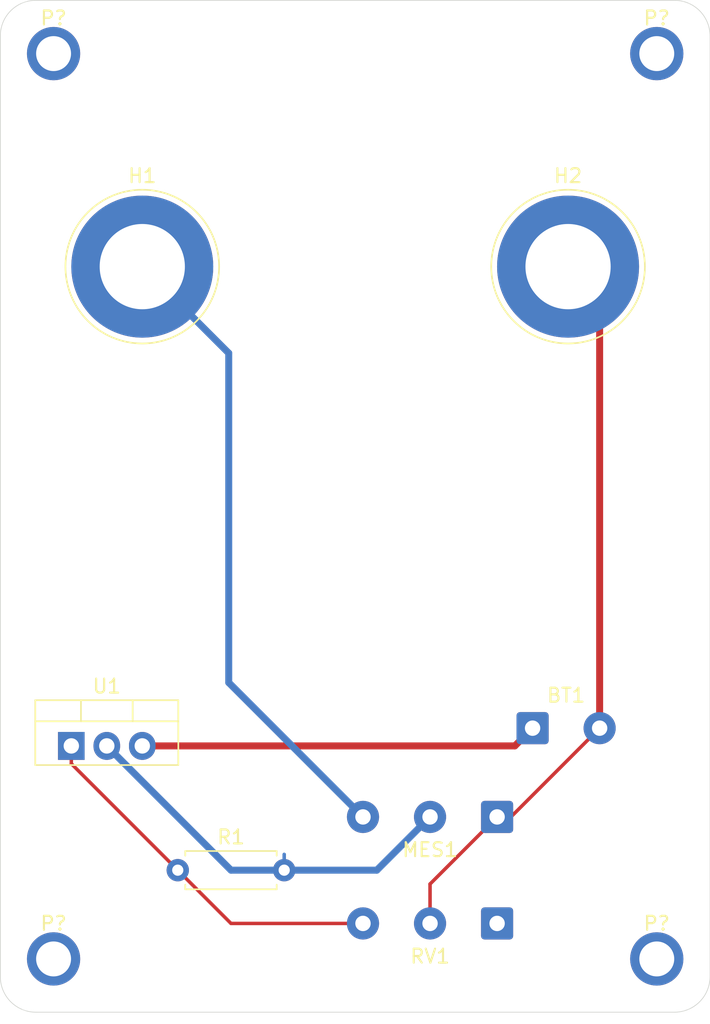
<source format=kicad_pcb>
(kicad_pcb (version 20171130) (host pcbnew "(5.1.7)-1")

  (general
    (thickness 1.6)
    (drawings 8)
    (tracks 21)
    (zones 0)
    (modules 11)
    (nets 7)
  )

  (page A4)
  (title_block
    (title "PhysBryk 9V DC Regulated Power Supply")
    (date 2020-10-21)
    (rev 0.0.1)
  )

  (layers
    (0 F.Cu signal)
    (31 B.Cu signal)
    (32 B.Adhes user)
    (33 F.Adhes user)
    (34 B.Paste user)
    (35 F.Paste user)
    (36 B.SilkS user)
    (37 F.SilkS user)
    (38 B.Mask user)
    (39 F.Mask user)
    (40 Dwgs.User user)
    (41 Cmts.User user)
    (42 Eco1.User user)
    (43 Eco2.User user)
    (44 Edge.Cuts user)
    (45 Margin user)
    (46 B.CrtYd user)
    (47 F.CrtYd user)
    (48 B.Fab user)
    (49 F.Fab user)
  )

  (setup
    (last_trace_width 0.25)
    (user_trace_width 0.5)
    (trace_clearance 0.2)
    (zone_clearance 0.508)
    (zone_45_only no)
    (trace_min 0.25)
    (via_size 0.8)
    (via_drill 0.4)
    (via_min_size 0.4)
    (via_min_drill 0.3)
    (uvia_size 0.3)
    (uvia_drill 0.1)
    (uvias_allowed no)
    (uvia_min_size 0.2)
    (uvia_min_drill 0.1)
    (edge_width 0.05)
    (segment_width 0.2)
    (pcb_text_width 0.3)
    (pcb_text_size 1.5 1.5)
    (mod_edge_width 0.12)
    (mod_text_size 1 1)
    (mod_text_width 0.15)
    (pad_size 1.524 1.524)
    (pad_drill 0.762)
    (pad_to_mask_clearance 0)
    (aux_axis_origin 0 0)
    (grid_origin 121.92 119.38)
    (visible_elements 7FFFFFFF)
    (pcbplotparams
      (layerselection 0x010fc_ffffffff)
      (usegerberextensions false)
      (usegerberattributes true)
      (usegerberadvancedattributes true)
      (creategerberjobfile true)
      (excludeedgelayer true)
      (linewidth 0.100000)
      (plotframeref false)
      (viasonmask false)
      (mode 1)
      (useauxorigin false)
      (hpglpennumber 1)
      (hpglpenspeed 20)
      (hpglpendiameter 15.000000)
      (psnegative false)
      (psa4output false)
      (plotreference true)
      (plotvalue true)
      (plotinvisibletext false)
      (padsonsilk false)
      (subtractmaskfromsilk false)
      (outputformat 1)
      (mirror false)
      (drillshape 0)
      (scaleselection 1)
      (outputdirectory ""))
  )

  (net 0 "")
  (net 1 "Net-(BT1-Pad1)")
  (net 2 "Net-(H1-Pad1)")
  (net 3 "Net-(R1-Pad1)")
  (net 4 "Net-(RV1-Pad1)")
  (net 5 GND)
  (net 6 "Net-(MES1-Pad2)")

  (net_class Default "This is the default net class."
    (clearance 0.2)
    (trace_width 0.25)
    (via_dia 0.8)
    (via_drill 0.4)
    (uvia_dia 0.3)
    (uvia_drill 0.1)
    (diff_pair_width 0.25)
    (diff_pair_gap 0.25)
    (add_net GND)
    (add_net "Net-(BT1-Pad1)")
    (add_net "Net-(H1-Pad1)")
    (add_net "Net-(MES1-Pad2)")
    (add_net "Net-(R1-Pad1)")
    (add_net "Net-(RV1-Pad1)")
  )

  (net_class Power ""
    (clearance 0.2)
    (trace_width 0.7)
    (via_dia 0.8)
    (via_drill 0.4)
    (uvia_dia 0.3)
    (uvia_drill 0.1)
    (diff_pair_width 0.25)
    (diff_pair_gap 0.25)
  )

  (module physbryk_power_supply:PadFeatherM2.5 (layer F.Cu) (tedit 5F91177A) (tstamp 5F9174BD)
    (at 171.45 114.3)
    (fp_text reference P? (at 0 -2.54) (layer F.SilkS)
      (effects (font (size 1 1) (thickness 0.15)))
    )
    (fp_text value PadM2.5 (at 0 3.81) (layer F.Fab)
      (effects (font (size 1 1) (thickness 0.15)))
    )
    (pad ? thru_hole circle (at 0 0) (size 3.81 3.81) (drill 2.5) (layers *.Cu *.Mask)
      (solder_mask_margin 0.0508))
  )

  (module physbryk_power_supply:PadFeatherM2.5 (layer F.Cu) (tedit 5F91177A) (tstamp 5F9174BD)
    (at 128.27 114.3)
    (fp_text reference P? (at 0 -2.54) (layer F.SilkS)
      (effects (font (size 1 1) (thickness 0.15)))
    )
    (fp_text value PadM2.5 (at 0 3.81) (layer F.Fab)
      (effects (font (size 1 1) (thickness 0.15)))
    )
    (pad ? thru_hole circle (at 0 0) (size 3.81 3.81) (drill 2.5) (layers *.Cu *.Mask)
      (solder_mask_margin 0.0508))
  )

  (module physbryk_power_supply:PadFeatherM2.5 (layer F.Cu) (tedit 5F91177A) (tstamp 5F9174BD)
    (at 171.45 49.53)
    (fp_text reference P? (at 0 -2.54) (layer F.SilkS)
      (effects (font (size 1 1) (thickness 0.15)))
    )
    (fp_text value PadM2.5 (at 0 3.81) (layer F.Fab)
      (effects (font (size 1 1) (thickness 0.15)))
    )
    (pad ? thru_hole circle (at 0 0) (size 3.81 3.81) (drill 2.5) (layers *.Cu *.Mask)
      (solder_mask_margin 0.0508))
  )

  (module physbryk_power_supply:PadFeatherM2.5 (layer F.Cu) (tedit 5F91177A) (tstamp 5F91746C)
    (at 128.27 49.53)
    (fp_text reference P? (at 0 -2.54) (layer F.SilkS)
      (effects (font (size 1 1) (thickness 0.15)))
    )
    (fp_text value PadM2.5 (at 0 3.81) (layer F.Fab)
      (effects (font (size 1 1) (thickness 0.15)))
    )
    (pad ? thru_hole circle (at 0 0) (size 3.81 3.81) (drill 2.5) (layers *.Cu *.Mask)
      (solder_mask_margin 0.0508))
  )

  (module Connector_Wire:SolderWire-0.5sqmm_1x02_P4.8mm_D0.9mm_OD2.3mm (layer F.Cu) (tedit 5EB70B44) (tstamp 5F907AD7)
    (at 162.56 97.79)
    (descr "Soldered wire connection, for 2 times 0.5 mm² wires, reinforced insulation, conductor diameter 0.9mm, outer diameter 2.3mm, size source Multi-Contact FLEXI-xV 0.5 (https://ec.staubli.com/AcroFiles/Catalogues/TM_Cab-Main-11014119_(en)_hi.pdf), bend radius 3 times outer diameter, generated with kicad-footprint-generator")
    (tags "connector wire 0.5sqmm")
    (path /5F9008E3)
    (attr virtual)
    (fp_text reference BT1 (at 2.4 -2.35) (layer F.SilkS)
      (effects (font (size 1 1) (thickness 0.15)))
    )
    (fp_text value 9V (at 2.4 2.35) (layer F.Fab)
      (effects (font (size 1 1) (thickness 0.15)))
    )
    (fp_line (start 6.7 -1.65) (end 2.9 -1.65) (layer F.CrtYd) (width 0.05))
    (fp_line (start 6.7 1.65) (end 6.7 -1.65) (layer F.CrtYd) (width 0.05))
    (fp_line (start 2.9 1.65) (end 6.7 1.65) (layer F.CrtYd) (width 0.05))
    (fp_line (start 2.9 -1.65) (end 2.9 1.65) (layer F.CrtYd) (width 0.05))
    (fp_line (start 1.9 -1.65) (end -1.9 -1.65) (layer F.CrtYd) (width 0.05))
    (fp_line (start 1.9 1.65) (end 1.9 -1.65) (layer F.CrtYd) (width 0.05))
    (fp_line (start -1.9 1.65) (end 1.9 1.65) (layer F.CrtYd) (width 0.05))
    (fp_line (start -1.9 -1.65) (end -1.9 1.65) (layer F.CrtYd) (width 0.05))
    (fp_circle (center 4.8 0) (end 5.95 0) (layer F.Fab) (width 0.1))
    (fp_circle (center 0 0) (end 1.15 0) (layer F.Fab) (width 0.1))
    (fp_text user %R (at 2.184999 0 90) (layer F.Fab)
      (effects (font (size 0.82 0.82) (thickness 0.12)))
    )
    (pad 1 thru_hole roundrect (at 0 0) (size 2.3 2.3) (drill 1.1) (layers *.Cu *.Mask) (roundrect_rratio 0.108695652173913)
      (net 1 "Net-(BT1-Pad1)"))
    (pad 2 thru_hole circle (at 4.8 0) (size 2.3 2.3) (drill 1.1) (layers *.Cu *.Mask)
      (net 5 GND))
    (model ${KISYS3DMOD}/Connector_Wire.3dshapes/SolderWire-0.5sqmm_1x02_P4.8mm_D0.9mm_OD2.3mm.wrl
      (at (xyz 0 0 0))
      (scale (xyz 1 1 1))
      (rotate (xyz 0 0 0))
    )
  )

  (module Connector:Banana_Jack_1Pin (layer F.Cu) (tedit 5A1AB217) (tstamp 5F907AB5)
    (at 134.62 64.77)
    (descr "Single banana socket, footprint - 6mm drill")
    (tags "banana socket")
    (path /5F9025E3)
    (fp_text reference H1 (at 0 -6.5) (layer F.SilkS)
      (effects (font (size 1 1) (thickness 0.15)))
    )
    (fp_text value "Banana Plug Vout" (at -0.25 6.5) (layer F.Fab)
      (effects (font (size 1 1) (thickness 0.15)))
    )
    (fp_circle (center 0 0) (end 5.5 0) (layer F.SilkS) (width 0.12))
    (fp_circle (center 0 0) (end 4.85 0.05) (layer F.Fab) (width 0.1))
    (fp_circle (center 0 0) (end 2 0) (layer F.Fab) (width 0.1))
    (fp_circle (center 0 0) (end 5.75 0) (layer F.CrtYd) (width 0.05))
    (fp_text user %R (at 0 0) (layer F.Fab)
      (effects (font (size 0.8 0.8) (thickness 0.12)))
    )
    (pad 1 thru_hole circle (at 0 0) (size 10.16 10.16) (drill 6.1) (layers *.Cu *.Mask)
      (net 2 "Net-(H1-Pad1)"))
    (model ${KISYS3DMOD}/Connector.3dshapes/Banana_Jack_1Pin.wrl
      (at (xyz 0 0 0))
      (scale (xyz 2 2 2))
      (rotate (xyz 0 0 0))
    )
  )

  (module Connector:Banana_Jack_1Pin (layer F.Cu) (tedit 5A1AB217) (tstamp 5F9079DD)
    (at 165.1 64.77)
    (descr "Single banana socket, footprint - 6mm drill")
    (tags "banana socket")
    (path /5F90361B)
    (fp_text reference H2 (at 0 -6.5) (layer F.SilkS)
      (effects (font (size 1 1) (thickness 0.15)))
    )
    (fp_text value "Banana Plug Gnd" (at -0.25 6.5) (layer F.Fab)
      (effects (font (size 1 1) (thickness 0.15)))
    )
    (fp_circle (center 0 0) (end 5.75 0) (layer F.CrtYd) (width 0.05))
    (fp_circle (center 0 0) (end 2 0) (layer F.Fab) (width 0.1))
    (fp_circle (center 0 0) (end 4.85 0.05) (layer F.Fab) (width 0.1))
    (fp_circle (center 0 0) (end 5.5 0) (layer F.SilkS) (width 0.12))
    (fp_text user %R (at 0 0) (layer F.Fab)
      (effects (font (size 0.8 0.8) (thickness 0.12)))
    )
    (pad 1 thru_hole circle (at 0 0) (size 10.16 10.16) (drill 6.1) (layers *.Cu *.Mask)
      (net 5 GND))
    (model ${KISYS3DMOD}/Connector.3dshapes/Banana_Jack_1Pin.wrl
      (at (xyz 0 0 0))
      (scale (xyz 2 2 2))
      (rotate (xyz 0 0 0))
    )
  )

  (module Resistor_THT:R_Axial_DIN0207_L6.3mm_D2.5mm_P7.62mm_Horizontal (layer F.Cu) (tedit 5AE5139B) (tstamp 5F907A80)
    (at 137.16 107.95)
    (descr "Resistor, Axial_DIN0207 series, Axial, Horizontal, pin pitch=7.62mm, 0.25W = 1/4W, length*diameter=6.3*2.5mm^2, http://cdn-reichelt.de/documents/datenblatt/B400/1_4W%23YAG.pdf")
    (tags "Resistor Axial_DIN0207 series Axial Horizontal pin pitch 7.62mm 0.25W = 1/4W length 6.3mm diameter 2.5mm")
    (path /5F8FC534)
    (fp_text reference R1 (at 3.81 -2.37) (layer F.SilkS)
      (effects (font (size 1 1) (thickness 0.15)))
    )
    (fp_text value 240 (at 3.81 2.37) (layer F.Fab)
      (effects (font (size 1 1) (thickness 0.15)))
    )
    (fp_line (start 8.67 -1.5) (end -1.05 -1.5) (layer F.CrtYd) (width 0.05))
    (fp_line (start 8.67 1.5) (end 8.67 -1.5) (layer F.CrtYd) (width 0.05))
    (fp_line (start -1.05 1.5) (end 8.67 1.5) (layer F.CrtYd) (width 0.05))
    (fp_line (start -1.05 -1.5) (end -1.05 1.5) (layer F.CrtYd) (width 0.05))
    (fp_line (start 7.08 1.37) (end 7.08 1.04) (layer F.SilkS) (width 0.12))
    (fp_line (start 0.54 1.37) (end 7.08 1.37) (layer F.SilkS) (width 0.12))
    (fp_line (start 0.54 1.04) (end 0.54 1.37) (layer F.SilkS) (width 0.12))
    (fp_line (start 7.08 -1.37) (end 7.08 -1.04) (layer F.SilkS) (width 0.12))
    (fp_line (start 0.54 -1.37) (end 7.08 -1.37) (layer F.SilkS) (width 0.12))
    (fp_line (start 0.54 -1.04) (end 0.54 -1.37) (layer F.SilkS) (width 0.12))
    (fp_line (start 7.62 0) (end 6.96 0) (layer F.Fab) (width 0.1))
    (fp_line (start 0 0) (end 0.66 0) (layer F.Fab) (width 0.1))
    (fp_line (start 6.96 -1.25) (end 0.66 -1.25) (layer F.Fab) (width 0.1))
    (fp_line (start 6.96 1.25) (end 6.96 -1.25) (layer F.Fab) (width 0.1))
    (fp_line (start 0.66 1.25) (end 6.96 1.25) (layer F.Fab) (width 0.1))
    (fp_line (start 0.66 -1.25) (end 0.66 1.25) (layer F.Fab) (width 0.1))
    (fp_text user %R (at 3.81 0) (layer F.Fab)
      (effects (font (size 1 1) (thickness 0.15)))
    )
    (pad 1 thru_hole circle (at 0 0) (size 1.6 1.6) (drill 0.8) (layers *.Cu *.Mask)
      (net 3 "Net-(R1-Pad1)"))
    (pad 2 thru_hole oval (at 7.62 0) (size 1.6 1.6) (drill 0.8) (layers *.Cu *.Mask)
      (net 6 "Net-(MES1-Pad2)"))
    (model ${KISYS3DMOD}/Resistor_THT.3dshapes/R_Axial_DIN0207_L6.3mm_D2.5mm_P7.62mm_Horizontal.wrl
      (at (xyz 0 0 0))
      (scale (xyz 1 1 1))
      (rotate (xyz 0 0 0))
    )
  )

  (module Package_TO_SOT_THT:TO-220-3_Vertical (layer F.Cu) (tedit 5AC8BA0D) (tstamp 5F907A38)
    (at 129.54 99.06)
    (descr "TO-220-3, Vertical, RM 2.54mm, see https://www.vishay.com/docs/66542/to-220-1.pdf")
    (tags "TO-220-3 Vertical RM 2.54mm")
    (path /5F8FD283)
    (fp_text reference U1 (at 2.54 -4.27) (layer F.SilkS)
      (effects (font (size 1 1) (thickness 0.15)))
    )
    (fp_text value LM317_TO-220 (at 2.54 2.5) (layer F.Fab)
      (effects (font (size 1 1) (thickness 0.15)))
    )
    (fp_line (start 7.79 -3.4) (end -2.71 -3.4) (layer F.CrtYd) (width 0.05))
    (fp_line (start 7.79 1.51) (end 7.79 -3.4) (layer F.CrtYd) (width 0.05))
    (fp_line (start -2.71 1.51) (end 7.79 1.51) (layer F.CrtYd) (width 0.05))
    (fp_line (start -2.71 -3.4) (end -2.71 1.51) (layer F.CrtYd) (width 0.05))
    (fp_line (start 4.391 -3.27) (end 4.391 -1.76) (layer F.SilkS) (width 0.12))
    (fp_line (start 0.69 -3.27) (end 0.69 -1.76) (layer F.SilkS) (width 0.12))
    (fp_line (start -2.58 -1.76) (end 7.66 -1.76) (layer F.SilkS) (width 0.12))
    (fp_line (start 7.66 -3.27) (end 7.66 1.371) (layer F.SilkS) (width 0.12))
    (fp_line (start -2.58 -3.27) (end -2.58 1.371) (layer F.SilkS) (width 0.12))
    (fp_line (start -2.58 1.371) (end 7.66 1.371) (layer F.SilkS) (width 0.12))
    (fp_line (start -2.58 -3.27) (end 7.66 -3.27) (layer F.SilkS) (width 0.12))
    (fp_line (start 4.39 -3.15) (end 4.39 -1.88) (layer F.Fab) (width 0.1))
    (fp_line (start 0.69 -3.15) (end 0.69 -1.88) (layer F.Fab) (width 0.1))
    (fp_line (start -2.46 -1.88) (end 7.54 -1.88) (layer F.Fab) (width 0.1))
    (fp_line (start 7.54 -3.15) (end -2.46 -3.15) (layer F.Fab) (width 0.1))
    (fp_line (start 7.54 1.25) (end 7.54 -3.15) (layer F.Fab) (width 0.1))
    (fp_line (start -2.46 1.25) (end 7.54 1.25) (layer F.Fab) (width 0.1))
    (fp_line (start -2.46 -3.15) (end -2.46 1.25) (layer F.Fab) (width 0.1))
    (fp_text user %R (at 2.54 -4.27) (layer F.Fab)
      (effects (font (size 1 1) (thickness 0.15)))
    )
    (pad 1 thru_hole rect (at 0 0) (size 1.905 2) (drill 1.1) (layers *.Cu *.Mask)
      (net 3 "Net-(R1-Pad1)"))
    (pad 2 thru_hole oval (at 2.54 0) (size 1.905 2) (drill 1.1) (layers *.Cu *.Mask)
      (net 6 "Net-(MES1-Pad2)"))
    (pad 3 thru_hole oval (at 5.08 0) (size 1.905 2) (drill 1.1) (layers *.Cu *.Mask)
      (net 1 "Net-(BT1-Pad1)"))
    (model ${KISYS3DMOD}/Package_TO_SOT_THT.3dshapes/TO-220-3_Vertical.wrl
      (at (xyz 0 0 0))
      (scale (xyz 1 1 1))
      (rotate (xyz 0 0 0))
    )
  )

  (module Connector_Wire:SolderWire-0.5sqmm_1x03_P4.8mm_D0.9mm_OD2.3mm (layer F.Cu) (tedit 5EB70B44) (tstamp 5F907D95)
    (at 160.02 111.76 180)
    (descr "Soldered wire connection, for 3 times 0.5 mm² wires, reinforced insulation, conductor diameter 0.9mm, outer diameter 2.3mm, size source Multi-Contact FLEXI-xV 0.5 (https://ec.staubli.com/AcroFiles/Catalogues/TM_Cab-Main-11014119_(en)_hi.pdf), bend radius 3 times outer diameter, generated with kicad-footprint-generator")
    (tags "connector wire 0.5sqmm")
    (path /5F90178B)
    (attr virtual)
    (fp_text reference RV1 (at 4.8 -2.35) (layer F.SilkS)
      (effects (font (size 1 1) (thickness 0.15)))
    )
    (fp_text value 2.5K (at 4.8 2.35) (layer F.Fab)
      (effects (font (size 1 1) (thickness 0.15)))
    )
    (fp_line (start 11.5 -1.65) (end 7.7 -1.65) (layer F.CrtYd) (width 0.05))
    (fp_line (start 11.5 1.65) (end 11.5 -1.65) (layer F.CrtYd) (width 0.05))
    (fp_line (start 7.7 1.65) (end 11.5 1.65) (layer F.CrtYd) (width 0.05))
    (fp_line (start 7.7 -1.65) (end 7.7 1.65) (layer F.CrtYd) (width 0.05))
    (fp_line (start 6.7 -1.65) (end 2.9 -1.65) (layer F.CrtYd) (width 0.05))
    (fp_line (start 6.7 1.65) (end 6.7 -1.65) (layer F.CrtYd) (width 0.05))
    (fp_line (start 2.9 1.65) (end 6.7 1.65) (layer F.CrtYd) (width 0.05))
    (fp_line (start 2.9 -1.65) (end 2.9 1.65) (layer F.CrtYd) (width 0.05))
    (fp_line (start 1.9 -1.65) (end -1.9 -1.65) (layer F.CrtYd) (width 0.05))
    (fp_line (start 1.9 1.65) (end 1.9 -1.65) (layer F.CrtYd) (width 0.05))
    (fp_line (start -1.9 1.65) (end 1.9 1.65) (layer F.CrtYd) (width 0.05))
    (fp_line (start -1.9 -1.65) (end -1.9 1.65) (layer F.CrtYd) (width 0.05))
    (fp_circle (center 9.6 0) (end 10.75 0) (layer F.Fab) (width 0.1))
    (fp_circle (center 4.8 0) (end 5.95 0) (layer F.Fab) (width 0.1))
    (fp_circle (center 0 0) (end 1.15 0) (layer F.Fab) (width 0.1))
    (fp_text user %R (at 4.8 0) (layer F.Fab)
      (effects (font (size 0.58 0.58) (thickness 0.09)))
    )
    (pad 1 thru_hole roundrect (at 0 0 180) (size 2.3 2.3) (drill 1.1) (layers *.Cu *.Mask) (roundrect_rratio 0.108695652173913)
      (net 4 "Net-(RV1-Pad1)"))
    (pad 2 thru_hole circle (at 4.8 0 180) (size 2.3 2.3) (drill 1.1) (layers *.Cu *.Mask)
      (net 5 GND))
    (pad 3 thru_hole circle (at 9.6 0 180) (size 2.3 2.3) (drill 1.1) (layers *.Cu *.Mask)
      (net 3 "Net-(R1-Pad1)"))
    (model ${KISYS3DMOD}/Connector_Wire.3dshapes/SolderWire-0.5sqmm_1x03_P4.8mm_D0.9mm_OD2.3mm.wrl
      (at (xyz 0 0 0))
      (scale (xyz 1 1 1))
      (rotate (xyz 0 0 0))
    )
  )

  (module Connector_Wire:SolderWire-0.5sqmm_1x03_P4.8mm_D0.9mm_OD2.3mm (layer F.Cu) (tedit 5EB70B44) (tstamp 5F90D059)
    (at 160.02 104.14 180)
    (descr "Soldered wire connection, for 3 times 0.5 mm² wires, reinforced insulation, conductor diameter 0.9mm, outer diameter 2.3mm, size source Multi-Contact FLEXI-xV 0.5 (https://ec.staubli.com/AcroFiles/Catalogues/TM_Cab-Main-11014119_(en)_hi.pdf), bend radius 3 times outer diameter, generated with kicad-footprint-generator")
    (tags "connector wire 0.5sqmm")
    (path /5F925698)
    (attr virtual)
    (fp_text reference MES1 (at 4.8 -2.35) (layer F.SilkS)
      (effects (font (size 1 1) (thickness 0.15)))
    )
    (fp_text value Volt_Ammeter (at 4.8 2.35) (layer F.Fab)
      (effects (font (size 1 1) (thickness 0.15)))
    )
    (fp_circle (center 0 0) (end 1.15 0) (layer F.Fab) (width 0.1))
    (fp_circle (center 4.8 0) (end 5.95 0) (layer F.Fab) (width 0.1))
    (fp_circle (center 9.6 0) (end 10.75 0) (layer F.Fab) (width 0.1))
    (fp_line (start -1.9 -1.65) (end -1.9 1.65) (layer F.CrtYd) (width 0.05))
    (fp_line (start -1.9 1.65) (end 1.9 1.65) (layer F.CrtYd) (width 0.05))
    (fp_line (start 1.9 1.65) (end 1.9 -1.65) (layer F.CrtYd) (width 0.05))
    (fp_line (start 1.9 -1.65) (end -1.9 -1.65) (layer F.CrtYd) (width 0.05))
    (fp_line (start 2.9 -1.65) (end 2.9 1.65) (layer F.CrtYd) (width 0.05))
    (fp_line (start 2.9 1.65) (end 6.7 1.65) (layer F.CrtYd) (width 0.05))
    (fp_line (start 6.7 1.65) (end 6.7 -1.65) (layer F.CrtYd) (width 0.05))
    (fp_line (start 6.7 -1.65) (end 2.9 -1.65) (layer F.CrtYd) (width 0.05))
    (fp_line (start 7.7 -1.65) (end 7.7 1.65) (layer F.CrtYd) (width 0.05))
    (fp_line (start 7.7 1.65) (end 11.5 1.65) (layer F.CrtYd) (width 0.05))
    (fp_line (start 11.5 1.65) (end 11.5 -1.65) (layer F.CrtYd) (width 0.05))
    (fp_line (start 11.5 -1.65) (end 7.7 -1.65) (layer F.CrtYd) (width 0.05))
    (fp_text user %R (at 4.215001 -3.195001) (layer F.Fab)
      (effects (font (size 0.58 0.58) (thickness 0.09)))
    )
    (pad 1 thru_hole roundrect (at 0 0 180) (size 2.3 2.3) (drill 1.1) (layers *.Cu *.Mask) (roundrect_rratio 0.108695652173913)
      (net 5 GND))
    (pad 2 thru_hole circle (at 4.8 0 180) (size 2.3 2.3) (drill 1.1) (layers *.Cu *.Mask)
      (net 6 "Net-(MES1-Pad2)"))
    (pad 3 thru_hole circle (at 9.6 0 180) (size 2.3 2.3) (drill 1.1) (layers *.Cu *.Mask)
      (net 2 "Net-(H1-Pad1)"))
    (model ${KISYS3DMOD}/Connector_Wire.3dshapes/SolderWire-0.5sqmm_1x03_P4.8mm_D0.9mm_OD2.3mm.wrl
      (at (xyz 0 0 0))
      (scale (xyz 1 1 1))
      (rotate (xyz 0 0 0))
    )
  )

  (gr_arc (start 127 115.57) (end 124.46 115.57) (angle -90) (layer Edge.Cuts) (width 0.05))
  (gr_arc (start 172.72 115.57) (end 172.72 118.11) (angle -90) (layer Edge.Cuts) (width 0.05))
  (gr_arc (start 172.72 48.26) (end 175.26 48.26) (angle -90) (layer Edge.Cuts) (width 0.05))
  (gr_arc (start 127 48.26) (end 127 45.72) (angle -90) (layer Edge.Cuts) (width 0.05) (tstamp 5F914D2B))
  (gr_line (start 172.72 45.72) (end 127 45.72) (layer Edge.Cuts) (width 0.05) (tstamp 5F907DD5))
  (gr_line (start 175.26 115.57) (end 175.26 48.26) (layer Edge.Cuts) (width 0.05))
  (gr_line (start 127 118.11) (end 172.72 118.11) (layer Edge.Cuts) (width 0.05))
  (gr_line (start 124.46 48.26) (end 124.46 115.57) (layer Edge.Cuts) (width 0.05))

  (segment (start 161.29 99.06) (end 162.56 97.79) (width 0.5) (layer F.Cu) (net 1))
  (segment (start 134.62 99.06) (end 161.29 99.06) (width 0.5) (layer F.Cu) (net 1))
  (segment (start 140.809999 70.959999) (end 134.62 64.77) (width 0.5) (layer B.Cu) (net 2))
  (segment (start 140.809999 94.529999) (end 140.809999 70.959999) (width 0.5) (layer B.Cu) (net 2))
  (segment (start 150.42 104.14) (end 140.809999 94.529999) (width 0.5) (layer B.Cu) (net 2))
  (segment (start 129.54 100.33) (end 137.16 107.95) (width 0.25) (layer F.Cu) (net 3))
  (segment (start 129.54 99.06) (end 129.54 100.33) (width 0.25) (layer F.Cu) (net 3))
  (segment (start 140.97 111.76) (end 150.42 111.76) (width 0.25) (layer F.Cu) (net 3))
  (segment (start 137.16 107.95) (end 140.97 111.76) (width 0.25) (layer F.Cu) (net 3))
  (segment (start 166.65 97.08) (end 167.36 97.79) (width 0.25) (layer F.Cu) (net 5))
  (segment (start 167.36 67.03) (end 165.1 64.77) (width 0.25) (layer F.Cu) (net 5))
  (segment (start 167.36 97.79) (end 167.36 67.03) (width 0.5) (layer F.Cu) (net 5))
  (segment (start 155.22 108.94) (end 160.02 104.14) (width 0.25) (layer F.Cu) (net 5))
  (segment (start 155.22 111.76) (end 155.22 108.94) (width 0.25) (layer F.Cu) (net 5))
  (segment (start 161.01 104.14) (end 167.36 97.79) (width 0.25) (layer F.Cu) (net 5))
  (segment (start 160.02 104.14) (end 161.01 104.14) (width 0.25) (layer F.Cu) (net 5))
  (segment (start 140.97 107.95) (end 144.78 107.95) (width 0.5) (layer B.Cu) (net 6))
  (segment (start 132.08 99.06) (end 140.97 107.95) (width 0.5) (layer B.Cu) (net 6))
  (segment (start 144.78 106.81863) (end 144.78 107.95) (width 0.25) (layer B.Cu) (net 6))
  (segment (start 151.41 107.95) (end 155.22 104.14) (width 0.5) (layer B.Cu) (net 6))
  (segment (start 144.78 107.95) (end 151.41 107.95) (width 0.5) (layer B.Cu) (net 6))

)

</source>
